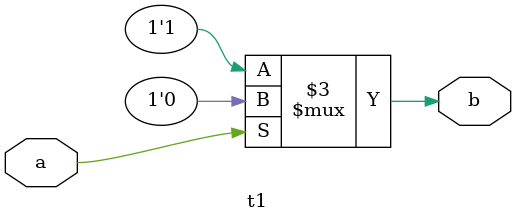
<source format=v>
/*
module t1 (
    input a,
    output b
);
    if (a) b = 1'b0;
    else b = 1'b1;
endmodule
*/

/* 
errors:
1. ÔÚ·Ç always Óï¾ä¿éÀïÃæÓÃ if-else;
2. Èç¹ûÒªÓÃ if-else, ÐèÒªÔÚ always Óï¾ä¿éÀï£¬Í¬Ê±ÒªÐÞ¸Ä b µÄÀàÐÍÎª reg.
*/

module t1 (
    input a,
    output reg b
);
    always @ (*)
    begin
        if (a) b = 1'b0;
        else b = 1'b1;
    end
endmodule
</source>
